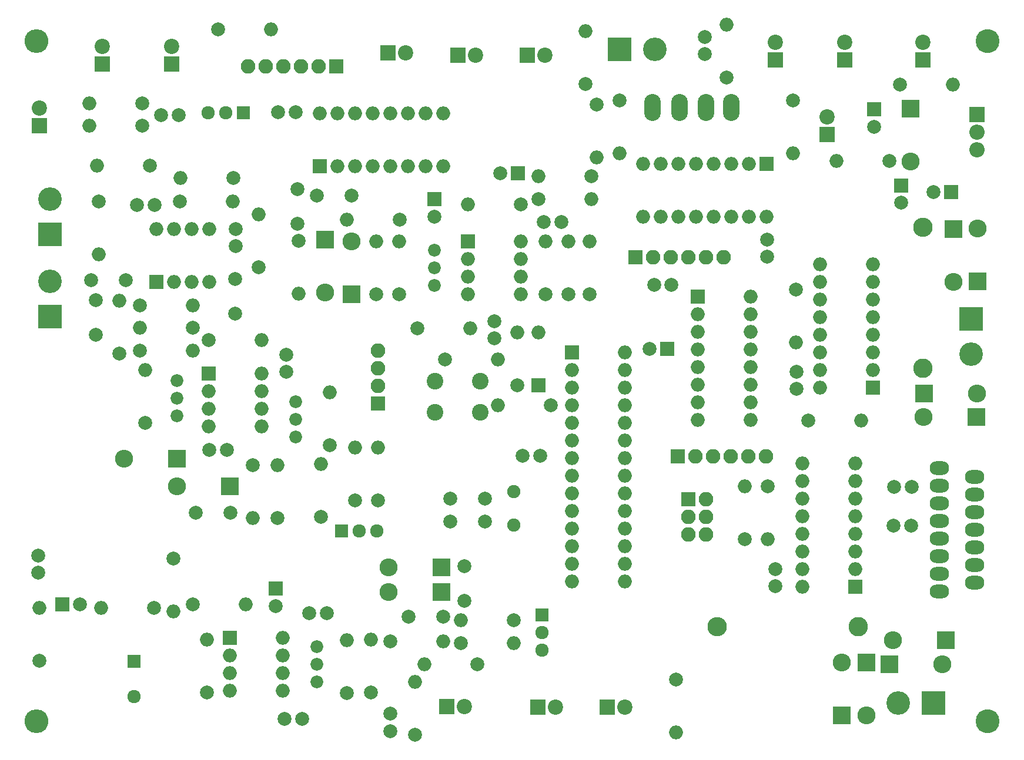
<source format=gbr>
G04 #@! TF.FileFunction,Soldermask,Bot*
%FSLAX46Y46*%
G04 Gerber Fmt 4.6, Leading zero omitted, Abs format (unit mm)*
G04 Created by KiCad (PCBNEW 4.0.7) date 09/20/21 22:32:42*
%MOMM*%
%LPD*%
G01*
G04 APERTURE LIST*
%ADD10C,0.100000*%
%ADD11R,2.000000X2.000000*%
%ADD12O,2.000000X2.000000*%
%ADD13C,2.800000*%
%ADD14O,2.800000X2.800000*%
%ADD15O,2.400000X3.900000*%
%ADD16C,2.000000*%
%ADD17R,2.600000X2.600000*%
%ADD18O,2.600000X2.600000*%
%ADD19R,2.200000X2.200000*%
%ADD20C,2.200000*%
%ADD21R,3.400000X3.400000*%
%ADD22C,3.400000*%
%ADD23R,2.100000X2.100000*%
%ADD24O,2.100000X2.100000*%
%ADD25R,1.924000X1.924000*%
%ADD26C,1.924000*%
%ADD27C,1.920000*%
%ADD28R,1.920000X1.920000*%
%ADD29C,1.840000*%
%ADD30C,2.400000*%
%ADD31O,2.200000X2.200000*%
%ADD32O,2.800000X2.000000*%
%ADD33C,1.900000*%
%ADD34C,3.448000*%
%ADD35O,3.448000X3.448000*%
G04 APERTURE END LIST*
D10*
D11*
X76310000Y-77720000D03*
D12*
X83930000Y-70100000D03*
X78850000Y-77720000D03*
X81390000Y-70100000D03*
X81390000Y-77720000D03*
X78850000Y-70100000D03*
X83930000Y-77720000D03*
X76310000Y-70100000D03*
D13*
X177360000Y-127410000D03*
D14*
X157040000Y-127410000D03*
D15*
X151666000Y-52578000D03*
X147716000Y-52578000D03*
X155416000Y-52578000D03*
X159116000Y-52578000D03*
D11*
X183600000Y-63800000D03*
D16*
X183600000Y-66300000D03*
X124968000Y-85852000D03*
X124968000Y-83352000D03*
D11*
X179675000Y-52800000D03*
D16*
X179675000Y-55300000D03*
X131550000Y-102775000D03*
X129050000Y-102775000D03*
X168450000Y-93140000D03*
X168450000Y-90640000D03*
X165400000Y-121590000D03*
X165400000Y-119090000D03*
X118618000Y-108966000D03*
X123618000Y-108966000D03*
X118618000Y-112268000D03*
X123618000Y-112268000D03*
X184990000Y-112850000D03*
X182490000Y-112850000D03*
X98298000Y-125476000D03*
X100798000Y-125476000D03*
X147970000Y-78120000D03*
X150470000Y-78120000D03*
D11*
X62738000Y-124206000D03*
D16*
X65238000Y-124206000D03*
D11*
X128330000Y-62030000D03*
D16*
X125830000Y-62030000D03*
D11*
X93472000Y-121920000D03*
D16*
X93472000Y-124420000D03*
X117602000Y-125984000D03*
X112602000Y-125984000D03*
X120650000Y-123698000D03*
X120650000Y-118698000D03*
X164290000Y-71570000D03*
X164290000Y-74070000D03*
X59280000Y-119630000D03*
X59280000Y-117130000D03*
X132080000Y-69088000D03*
X134580000Y-69088000D03*
D11*
X149860000Y-87376000D03*
D16*
X147360000Y-87376000D03*
D11*
X116332000Y-65786000D03*
D16*
X116332000Y-68286000D03*
X104380000Y-65270000D03*
X99380000Y-65270000D03*
X96620000Y-69350000D03*
X96620000Y-64350000D03*
X76010000Y-66640000D03*
X73510000Y-66640000D03*
X94996000Y-90678000D03*
X94996000Y-88178000D03*
X71860000Y-77420000D03*
X66860000Y-77420000D03*
X87630000Y-82296000D03*
X87630000Y-77296000D03*
X67564000Y-85344000D03*
X67564000Y-80344000D03*
X86410000Y-101880000D03*
X83910000Y-101880000D03*
X81980000Y-110980000D03*
X86980000Y-110980000D03*
D11*
X131350000Y-92570000D03*
D12*
X131350000Y-84950000D03*
D17*
X184900000Y-52730000D03*
D18*
X184900000Y-60350000D03*
D19*
X172920000Y-56410000D03*
D20*
X172920000Y-53870000D03*
D17*
X191110000Y-70070000D03*
D18*
X191110000Y-77690000D03*
D17*
X194600000Y-77620000D03*
D18*
X194600000Y-70000000D03*
D17*
X178562000Y-132588000D03*
D18*
X178562000Y-140208000D03*
D17*
X175006000Y-140208000D03*
D18*
X175006000Y-132588000D03*
D17*
X186860000Y-93820000D03*
D18*
X194480000Y-93820000D03*
D17*
X194410000Y-97180000D03*
D18*
X186790000Y-97180000D03*
D17*
X181864000Y-132842000D03*
D18*
X189484000Y-132842000D03*
D17*
X190000000Y-129300000D03*
D18*
X182380000Y-129300000D03*
D19*
X175450000Y-45710000D03*
D20*
X175450000Y-43170000D03*
D19*
X131270000Y-139000000D03*
D20*
X133810000Y-139000000D03*
D19*
X68500000Y-46280000D03*
D20*
X68500000Y-43740000D03*
D19*
X119720000Y-45000000D03*
D20*
X122260000Y-45000000D03*
D21*
X143002000Y-44196000D03*
D22*
X148082000Y-44196000D03*
D23*
X108240000Y-95190000D03*
D24*
X108240000Y-92650000D03*
X108240000Y-90110000D03*
X108240000Y-87570000D03*
D23*
X152925000Y-109050000D03*
D24*
X155465000Y-109050000D03*
X152925000Y-111590000D03*
X155465000Y-111590000D03*
X152925000Y-114130000D03*
X155465000Y-114130000D03*
D21*
X193610000Y-83050000D03*
D22*
X193610000Y-88130000D03*
D21*
X188214000Y-138430000D03*
D22*
X183134000Y-138430000D03*
D21*
X60960000Y-70866000D03*
D22*
X60960000Y-65786000D03*
D21*
X60970000Y-82700000D03*
D22*
X60970000Y-77620000D03*
D25*
X73100000Y-132410000D03*
D26*
X73100000Y-137490000D03*
D19*
X118110000Y-138938000D03*
D20*
X120650000Y-138938000D03*
D19*
X186690000Y-45720000D03*
D20*
X186690000Y-43180000D03*
D19*
X59450000Y-55175000D03*
D20*
X59450000Y-52635000D03*
D19*
X109610000Y-44650000D03*
D20*
X112150000Y-44650000D03*
D19*
X165430000Y-45710000D03*
D20*
X165430000Y-43170000D03*
D19*
X141240000Y-139000000D03*
D20*
X143780000Y-139000000D03*
D19*
X78500000Y-46280000D03*
D20*
X78500000Y-43740000D03*
D19*
X129730000Y-45000000D03*
D20*
X132270000Y-45000000D03*
D27*
X131826000Y-128270000D03*
X131826000Y-130810000D03*
D28*
X131826000Y-125730000D03*
D27*
X105465000Y-113550000D03*
X108005000Y-113550000D03*
D28*
X102925000Y-113550000D03*
D16*
X113860000Y-84380000D03*
D12*
X121480000Y-84380000D03*
D16*
X117856000Y-88900000D03*
D12*
X125476000Y-88900000D03*
D16*
X128240000Y-92590000D03*
D12*
X128240000Y-84970000D03*
D16*
X181825000Y-60275000D03*
D12*
X174205000Y-60275000D03*
D16*
X59436000Y-132334000D03*
D12*
X59436000Y-124714000D03*
D16*
X138938000Y-62484000D03*
D12*
X131318000Y-62484000D03*
D16*
X131318000Y-65786000D03*
D12*
X138938000Y-65786000D03*
D16*
X75946000Y-124714000D03*
D12*
X68326000Y-124714000D03*
D16*
X83566000Y-136906000D03*
D12*
X83566000Y-129286000D03*
D16*
X78740000Y-117602000D03*
D12*
X78740000Y-125222000D03*
D13*
X186690000Y-90170000D03*
D14*
X186690000Y-69850000D03*
D16*
X164338000Y-107188000D03*
D12*
X164338000Y-114808000D03*
D16*
X81534000Y-124206000D03*
D12*
X89154000Y-124206000D03*
D16*
X170190000Y-97690000D03*
D12*
X177810000Y-97690000D03*
D16*
X103750000Y-136970000D03*
D12*
X103750000Y-129350000D03*
D16*
X107188000Y-136906000D03*
D12*
X107188000Y-129286000D03*
D16*
X127762000Y-126492000D03*
D12*
X120142000Y-126492000D03*
D16*
X120142000Y-129794000D03*
D12*
X127762000Y-129794000D03*
D16*
X122490000Y-132800000D03*
D12*
X114870000Y-132800000D03*
D16*
X168420000Y-78820000D03*
D12*
X168420000Y-86440000D03*
D16*
X109982000Y-129540000D03*
D12*
X117602000Y-129540000D03*
D16*
X138070000Y-49150000D03*
D12*
X138070000Y-41530000D03*
D16*
X111340000Y-68700000D03*
D12*
X103720000Y-68700000D03*
D16*
X74270000Y-51920000D03*
D12*
X66650000Y-51920000D03*
D16*
X151100000Y-134990000D03*
D12*
X151100000Y-142610000D03*
D16*
X83820000Y-86106000D03*
D12*
X91440000Y-86106000D03*
D16*
X158390000Y-48250000D03*
D12*
X158390000Y-40630000D03*
D16*
X85190000Y-41300000D03*
D12*
X92810000Y-41300000D03*
D16*
X74290000Y-55170000D03*
D12*
X66670000Y-55170000D03*
D16*
X183388000Y-49276000D03*
D12*
X191008000Y-49276000D03*
D16*
X113500000Y-143000000D03*
D12*
X113500000Y-135380000D03*
D16*
X167950000Y-51520000D03*
D12*
X167950000Y-59140000D03*
D16*
X161036000Y-114808000D03*
D12*
X161036000Y-107188000D03*
D16*
X139710000Y-52120000D03*
D12*
X139710000Y-59740000D03*
D16*
X143002000Y-51562000D03*
D12*
X143002000Y-59182000D03*
D16*
X138684000Y-79502000D03*
D12*
X138684000Y-71882000D03*
D16*
X132334000Y-79502000D03*
D12*
X132334000Y-71882000D03*
D16*
X135636000Y-79502000D03*
D12*
X135636000Y-71882000D03*
D16*
X128778000Y-66548000D03*
D12*
X121158000Y-66548000D03*
D16*
X111252000Y-79502000D03*
D12*
X111252000Y-71882000D03*
D16*
X107950000Y-79502000D03*
D12*
X107950000Y-71882000D03*
D16*
X96800000Y-71800000D03*
D12*
X96800000Y-79420000D03*
D16*
X75330000Y-60910000D03*
D12*
X67710000Y-60910000D03*
D16*
X67950000Y-66050000D03*
D12*
X67950000Y-73670000D03*
D16*
X79650000Y-66050000D03*
D12*
X87270000Y-66050000D03*
D16*
X87340000Y-62700000D03*
D12*
X79720000Y-62700000D03*
D16*
X90980000Y-75550000D03*
D12*
X90980000Y-67930000D03*
D16*
X73950000Y-81040000D03*
D12*
X81570000Y-81040000D03*
D16*
X81530000Y-84320000D03*
D12*
X73910000Y-84320000D03*
D16*
X70970000Y-88010000D03*
D12*
X70970000Y-80390000D03*
D16*
X74676000Y-98044000D03*
D12*
X74676000Y-90424000D03*
D16*
X73914000Y-87630000D03*
D12*
X81534000Y-87630000D03*
D16*
X90170000Y-104140000D03*
D12*
X90170000Y-111760000D03*
D16*
X93726000Y-111760000D03*
D12*
X93726000Y-104140000D03*
D16*
X99970000Y-111560000D03*
D12*
X99970000Y-103940000D03*
D16*
X101250000Y-101250000D03*
D12*
X101250000Y-93630000D03*
D16*
X104902000Y-109220000D03*
D12*
X104902000Y-101600000D03*
D16*
X108204000Y-109220000D03*
D12*
X108204000Y-101600000D03*
D29*
X99410000Y-130310000D03*
X99410000Y-132850000D03*
X99410000Y-135390000D03*
X116332000Y-73152000D03*
X116332000Y-75692000D03*
X116332000Y-78232000D03*
X79248000Y-91948000D03*
X79248000Y-94488000D03*
X79248000Y-97028000D03*
X96340000Y-94940000D03*
X96340000Y-97480000D03*
X96340000Y-100020000D03*
D30*
X122936000Y-92020000D03*
X122936000Y-96520000D03*
X116436000Y-92020000D03*
X116436000Y-96520000D03*
D11*
X136144000Y-87884000D03*
D12*
X143764000Y-120904000D03*
X136144000Y-90424000D03*
X143764000Y-118364000D03*
X136144000Y-92964000D03*
X143764000Y-115824000D03*
X136144000Y-95504000D03*
X143764000Y-113284000D03*
X136144000Y-98044000D03*
X143764000Y-110744000D03*
X136144000Y-100584000D03*
X143764000Y-108204000D03*
X136144000Y-103124000D03*
X143764000Y-105664000D03*
X136144000Y-105664000D03*
X143764000Y-103124000D03*
X136144000Y-108204000D03*
X143764000Y-100584000D03*
X136144000Y-110744000D03*
X143764000Y-98044000D03*
X136144000Y-113284000D03*
X143764000Y-95504000D03*
X136144000Y-115824000D03*
X143764000Y-92964000D03*
X136144000Y-118364000D03*
X143764000Y-90424000D03*
X136144000Y-120904000D03*
X143764000Y-87884000D03*
D19*
X194450000Y-53600000D03*
D31*
X194450000Y-56140000D03*
X194450000Y-58680000D03*
D11*
X176940000Y-121620000D03*
D12*
X169320000Y-103840000D03*
X176940000Y-119080000D03*
X169320000Y-106380000D03*
X176940000Y-116540000D03*
X169320000Y-108920000D03*
X176940000Y-114000000D03*
X169320000Y-111460000D03*
X176940000Y-111460000D03*
X169320000Y-114000000D03*
X176940000Y-108920000D03*
X169320000Y-116540000D03*
X176940000Y-106380000D03*
X169320000Y-119080000D03*
X176940000Y-103840000D03*
X169320000Y-121620000D03*
D32*
X189050000Y-104490000D03*
X194130000Y-105760000D03*
X189050000Y-107030000D03*
X194130000Y-108300000D03*
X189050000Y-109570000D03*
X194130000Y-110840000D03*
X189050000Y-112110000D03*
X194130000Y-113380000D03*
X189050000Y-114650000D03*
X194130000Y-115920000D03*
X189050000Y-117190000D03*
X194130000Y-118460000D03*
X189050000Y-119730000D03*
X194130000Y-121000000D03*
X189050000Y-122270000D03*
D11*
X179502000Y-92960000D03*
D12*
X171882000Y-75180000D03*
X179502000Y-90420000D03*
X171882000Y-77720000D03*
X179502000Y-87880000D03*
X171882000Y-80260000D03*
X179502000Y-85340000D03*
X171882000Y-82800000D03*
X179502000Y-82800000D03*
X171882000Y-85340000D03*
X179502000Y-80260000D03*
X171882000Y-87880000D03*
X179502000Y-77720000D03*
X171882000Y-90420000D03*
X179502000Y-75180000D03*
X171882000Y-92960000D03*
D27*
X86310000Y-53340000D03*
X83770000Y-53340000D03*
D28*
X88850000Y-53340000D03*
D11*
X164210000Y-60690000D03*
D12*
X146430000Y-68310000D03*
X161670000Y-60690000D03*
X148970000Y-68310000D03*
X159130000Y-60690000D03*
X151510000Y-68310000D03*
X156590000Y-60690000D03*
X154050000Y-68310000D03*
X154050000Y-60690000D03*
X156590000Y-68310000D03*
X151510000Y-60690000D03*
X159130000Y-68310000D03*
X148970000Y-60690000D03*
X161670000Y-68310000D03*
X146430000Y-60690000D03*
X164210000Y-68310000D03*
D11*
X154240000Y-79830000D03*
D12*
X161860000Y-97610000D03*
X154240000Y-82370000D03*
X161860000Y-95070000D03*
X154240000Y-84910000D03*
X161860000Y-92530000D03*
X154240000Y-87450000D03*
X161860000Y-89990000D03*
X154240000Y-89990000D03*
X161860000Y-87450000D03*
X154240000Y-92530000D03*
X161860000Y-84910000D03*
X154240000Y-95070000D03*
X161860000Y-82370000D03*
X154240000Y-97610000D03*
X161860000Y-79830000D03*
D11*
X99820000Y-61040000D03*
D12*
X117600000Y-53420000D03*
X102360000Y-61040000D03*
X115060000Y-53420000D03*
X104900000Y-61040000D03*
X112520000Y-53420000D03*
X107440000Y-61040000D03*
X109980000Y-53420000D03*
X109980000Y-61040000D03*
X107440000Y-53420000D03*
X112520000Y-61040000D03*
X104900000Y-53420000D03*
X115060000Y-61040000D03*
X102360000Y-53420000D03*
X117600000Y-61040000D03*
X99820000Y-53420000D03*
D33*
X127762000Y-112776000D03*
X127762000Y-107896000D03*
D16*
X185070000Y-107260000D03*
X182570000Y-107260000D03*
D11*
X190754000Y-64770000D03*
D16*
X188254000Y-64770000D03*
D34*
X196000000Y-43000000D03*
X196000000Y-141000000D03*
D35*
X59000000Y-43000000D03*
X59000000Y-141000000D03*
D16*
X96310000Y-53230000D03*
X93810000Y-53230000D03*
D23*
X151400000Y-102800000D03*
D24*
X153940000Y-102800000D03*
X156480000Y-102800000D03*
X159020000Y-102800000D03*
X161560000Y-102800000D03*
X164100000Y-102800000D03*
D23*
X145288000Y-74168000D03*
D24*
X147828000Y-74168000D03*
X150368000Y-74168000D03*
X152908000Y-74168000D03*
X155448000Y-74168000D03*
X157988000Y-74168000D03*
D23*
X102220000Y-46630000D03*
D24*
X99680000Y-46630000D03*
X97140000Y-46630000D03*
X94600000Y-46630000D03*
X92060000Y-46630000D03*
X89520000Y-46630000D03*
D17*
X117348000Y-122428000D03*
D18*
X109728000Y-122428000D03*
D17*
X117348000Y-118872000D03*
D18*
X109728000Y-118872000D03*
D17*
X100600000Y-71600000D03*
D18*
X100600000Y-79220000D03*
D17*
X104394000Y-79502000D03*
D18*
X104394000Y-71882000D03*
D17*
X79210000Y-103170000D03*
D18*
X71590000Y-103170000D03*
D17*
X86868000Y-107188000D03*
D18*
X79248000Y-107188000D03*
D11*
X86868000Y-129032000D03*
D12*
X94488000Y-136652000D03*
X86868000Y-131572000D03*
X94488000Y-134112000D03*
X86868000Y-134112000D03*
X94488000Y-131572000D03*
X86868000Y-136652000D03*
X94488000Y-129032000D03*
D11*
X121158000Y-71882000D03*
D12*
X128778000Y-79502000D03*
X121158000Y-74422000D03*
X128778000Y-76962000D03*
X121158000Y-76962000D03*
X128778000Y-74422000D03*
X121158000Y-79502000D03*
X128778000Y-71882000D03*
D11*
X83820000Y-90932000D03*
D12*
X91440000Y-98552000D03*
X83820000Y-93472000D03*
X91440000Y-96012000D03*
X83820000Y-96012000D03*
X91440000Y-93472000D03*
X83820000Y-98552000D03*
X91440000Y-90932000D03*
D16*
X109982000Y-139954000D03*
X109982000Y-142454000D03*
X155260000Y-42370000D03*
X155260000Y-44870000D03*
X77000000Y-53640000D03*
X79500000Y-53640000D03*
X87700000Y-70050000D03*
X87700000Y-72550000D03*
X94742000Y-140716000D03*
X97242000Y-140716000D03*
X133096000Y-95504000D03*
D12*
X125476000Y-95504000D03*
M02*

</source>
